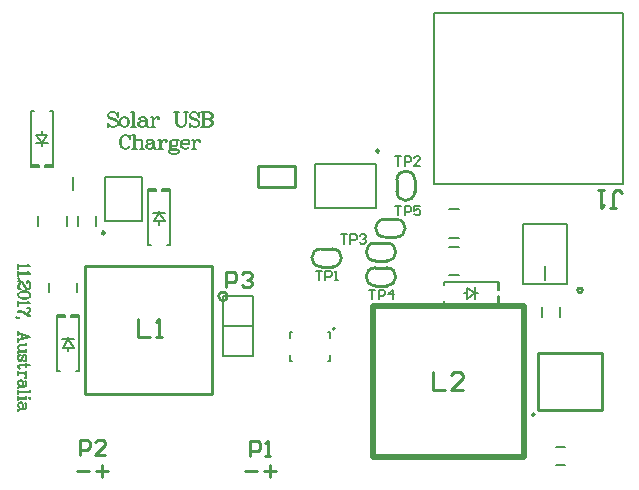
<source format=gbr>
G04 Layer_Color=65535*
%FSLAX45Y45*%
%MOMM*%
%TF.FileFunction,Legend,Top*%
%TF.Part,Single*%
G01*
G75*
%TA.AperFunction,NonConductor*%
%ADD84C,0.20000*%
%ADD85C,0.25000*%
%ADD86C,0.15000*%
%ADD87C,0.25400*%
%ADD88C,0.50000*%
D84*
X15414999Y4840000D02*
G03*
X15414999Y4840000I-15000J0D01*
G01*
X13555000Y6594999D02*
Y6964999D01*
X14064999Y6594999D02*
Y6964999D01*
X13555000Y6594999D02*
X14064999D01*
X13555000Y6964999D02*
X14064999D01*
X15685001Y5945000D02*
Y6455000D01*
X15314999Y5945000D02*
Y6455000D01*
Y5945000D02*
X15685001D01*
X15314999Y6455000D02*
X15685001D01*
X12085000Y6485000D02*
Y6855000D01*
X11775000Y6485000D02*
Y6855000D01*
X12085000D01*
X11775000Y6485000D02*
X12085000D01*
X13662498Y5540000D02*
X13680000D01*
X13339999D02*
X13357500D01*
X13662498Y5300000D02*
X13680000D01*
X13339999D02*
X13357500D01*
X13680000Y5489500D02*
Y5540000D01*
Y5300000D02*
Y5350500D01*
X13339999Y5489500D02*
Y5540000D01*
Y5300000D02*
Y5350500D01*
X15500000Y5980000D02*
Y6099999D01*
X11500000Y6745000D02*
Y6855000D01*
X14810001Y5870000D02*
X14839999D01*
X14910001D02*
X14930000D01*
X14839999Y5820000D02*
Y5910000D01*
Y5820000D02*
X14910001Y5870000D01*
X14839999Y5910000D02*
X14910001Y5870000D01*
Y5820000D02*
Y5920000D01*
X11240000Y7210000D02*
Y7240000D01*
Y7120000D02*
Y7140000D01*
X11190000Y7210000D02*
X11280000D01*
X11190000D02*
X11240000Y7140000D01*
X11280000Y7210000D01*
X11190000Y7140000D02*
X11290000D01*
X11460000Y5380000D02*
Y5410000D01*
Y5480000D02*
Y5500000D01*
X11420000Y5410000D02*
X11510000D01*
X11460000Y5480000D02*
X11510000Y5410000D01*
X11420000D02*
X11460000Y5480000D01*
X11410000D02*
X11510000D01*
X12230000Y6450000D02*
Y6480000D01*
Y6550000D02*
Y6570000D01*
X12190000Y6480000D02*
X12280000D01*
X12230000Y6550000D02*
X12280000Y6480000D01*
X12190000D02*
X12230000Y6550000D01*
X12180000D02*
X12280000D01*
X14689999Y6580000D02*
X14770000D01*
X14689999Y6340000D02*
X14770000D01*
X14689999Y6260000D02*
X14770000D01*
X14689999Y6020000D02*
X14770000D01*
X15625000Y5670000D02*
Y5749999D01*
X15475000Y5670000D02*
Y5749999D01*
X15589999Y4565000D02*
X15670000D01*
X15589999Y4415000D02*
X15670000D01*
X11540000Y5880000D02*
Y5960000D01*
X11300000Y5880000D02*
Y5960000D01*
X11210000Y6440000D02*
Y6520000D01*
X11450000Y6440000D02*
Y6520000D01*
X11545000Y6440000D02*
Y6520000D01*
X11695000Y6440000D02*
Y6520000D01*
X12773000Y5590000D02*
X13027000D01*
Y5336000D02*
Y5590000D01*
X12773000Y5336000D02*
X13027000D01*
Y5590000D02*
Y5844000D01*
X12773000Y5590000D02*
Y5844000D01*
Y5336000D02*
Y5590000D01*
Y5844000D02*
X13027000D01*
X14230000Y6609974D02*
X14283316D01*
X14256657D01*
Y6530000D01*
X14309975D02*
Y6609974D01*
X14349960D01*
X14363290Y6596645D01*
Y6569987D01*
X14349960Y6556658D01*
X14309975D01*
X14443263Y6609974D02*
X14389948D01*
Y6569987D01*
X14416606Y6583316D01*
X14429936D01*
X14443263Y6569987D01*
Y6543329D01*
X14429936Y6530000D01*
X14403278D01*
X14389948Y6543329D01*
X14010001Y5899974D02*
X14063316D01*
X14036658D01*
Y5820000D01*
X14089973D02*
Y5899974D01*
X14129961D01*
X14143291Y5886645D01*
Y5859987D01*
X14129961Y5846658D01*
X14089973D01*
X14209937Y5820000D02*
Y5899974D01*
X14169948Y5859987D01*
X14223264D01*
X13770000Y6369974D02*
X13823315D01*
X13796658D01*
Y6290000D01*
X13849974D02*
Y6369974D01*
X13889961D01*
X13903290Y6356645D01*
Y6329987D01*
X13889961Y6316658D01*
X13849974D01*
X13929948Y6356645D02*
X13943277Y6369974D01*
X13969936D01*
X13983264Y6356645D01*
Y6343316D01*
X13969936Y6329987D01*
X13956606D01*
X13969936D01*
X13983264Y6316658D01*
Y6303329D01*
X13969936Y6290000D01*
X13943277D01*
X13929948Y6303329D01*
X14230000Y7029974D02*
X14283316D01*
X14256657D01*
Y6950000D01*
X14309975D02*
Y7029974D01*
X14349960D01*
X14363290Y7016645D01*
Y6989987D01*
X14349960Y6976658D01*
X14309975D01*
X14443263Y6950000D02*
X14389948D01*
X14443263Y7003316D01*
Y7016645D01*
X14429936Y7029974D01*
X14403278D01*
X14389948Y7016645D01*
X13560001Y6059974D02*
X13613316D01*
X13586658D01*
Y5980000D01*
X13639973D02*
Y6059974D01*
X13679961D01*
X13693291Y6046645D01*
Y6019987D01*
X13679961Y6006658D01*
X13639973D01*
X13719948Y5980000D02*
X13746606D01*
X13733278D01*
Y6059974D01*
X13719948Y6046645D01*
D85*
X14095000Y7074999D02*
G03*
X14095000Y7074999I-12500J0D01*
G01*
X15814999Y5895000D02*
G03*
X15814999Y5895000I-20000J0D01*
G01*
X11772500Y6380000D02*
G03*
X11772500Y6380000I-12500J0D01*
G01*
X13700000Y6095000D02*
G03*
X13700000Y6245000I0J75000D01*
G01*
X13600000D02*
G03*
X13600000Y6095000I0J-75000D01*
G01*
X14060001Y6085000D02*
G03*
X14060001Y5935000I0J-75000D01*
G01*
X14160001D02*
G03*
X14160001Y6085000I0J75000D01*
G01*
Y6145000D02*
G03*
X14160001Y6295000I0J75000D01*
G01*
X14060001D02*
G03*
X14060001Y6145000I0J-75000D01*
G01*
X14245000Y6730000D02*
G03*
X14395000Y6730000I75000J0D01*
G01*
Y6830000D02*
G03*
X14245000Y6830000I-75000J0D01*
G01*
X14139999Y6495000D02*
G03*
X14139999Y6345000I0J-75000D01*
G01*
X14239999D02*
G03*
X14239999Y6495000I0J75000D01*
G01*
X13600000Y6245000D02*
X13700000D01*
X13600000Y6095000D02*
X13700000D01*
X14060001Y5935000D02*
X14160001D01*
X14060001Y6085000D02*
X14160001D01*
X14060001Y6295000D02*
X14160001D01*
X14060001Y6145000D02*
X14160001D01*
X14395000Y6730000D02*
Y6830000D01*
X14245000Y6730000D02*
Y6830000D01*
X14139999Y6345000D02*
X14239999D01*
X14139999Y6495000D02*
X14239999D01*
X12800000Y5920000D02*
Y6049958D01*
X12864980D01*
X12886639Y6028298D01*
Y5984979D01*
X12864980Y5963320D01*
X12800000D01*
X12929958Y6028298D02*
X12951617Y6049958D01*
X12994937D01*
X13016597Y6028298D01*
Y6006639D01*
X12994937Y5984979D01*
X12973277D01*
X12994937D01*
X13016597Y5963320D01*
Y5941660D01*
X12994937Y5920000D01*
X12951617D01*
X12929958Y5941660D01*
X13120000Y4364976D02*
X13219968D01*
X13169984Y4414960D02*
Y4314992D01*
X11700000Y4364976D02*
X11799968D01*
X11749984Y4414960D02*
Y4314992D01*
X11540000Y4364976D02*
X11639968D01*
X12960001D02*
X13059969D01*
D86*
X13720000Y5570000D02*
G03*
X13720000Y5570000I-10000J0D01*
G01*
X14639999Y5937500D02*
Y5961600D01*
X15098599D01*
X15111301D01*
Y5895400D02*
Y5961600D01*
X15098599Y5895400D02*
X15111301D01*
X15098599D02*
Y5961600D01*
Y5778400D02*
Y5844600D01*
X15111301D01*
Y5778400D02*
Y5844600D01*
X15098599Y5778400D02*
X15111301D01*
X14639999D02*
X15098599D01*
X14639999D02*
Y5802500D01*
X11307500Y7410000D02*
X11331600D01*
Y6951400D02*
Y7410000D01*
Y6938700D02*
Y6951400D01*
X11265400Y6938700D02*
X11331600D01*
X11265400D02*
Y6951400D01*
X11331600D01*
X11148400D02*
X11214600D01*
Y6938700D02*
Y6951400D01*
X11148400Y6938700D02*
X11214600D01*
X11148400D02*
Y6951400D01*
Y7410000D01*
X11172500D01*
X11368400Y5210000D02*
X11392500D01*
X11368400D02*
Y5668600D01*
Y5681300D01*
X11434600D01*
Y5668600D02*
Y5681300D01*
X11368400Y5668600D02*
X11434600D01*
X11485400D02*
X11551600D01*
X11485400D02*
Y5681300D01*
X11551600D01*
Y5668600D02*
Y5681300D01*
Y5210000D02*
Y5668600D01*
X11527500Y5210000D02*
X11551600D01*
X12138400Y6280000D02*
X12162500D01*
X12138400D02*
Y6738600D01*
Y6751300D01*
X12204600D01*
Y6738600D02*
Y6751300D01*
X12138400Y6738600D02*
X12204600D01*
X12255400D02*
X12321600D01*
X12255400D02*
Y6751300D01*
X12321600D01*
Y6738600D02*
Y6751300D01*
Y6280000D02*
Y6738600D01*
X12297500Y6280000D02*
X12321600D01*
X16160001Y6793000D02*
Y8245000D01*
X14560001Y6793000D02*
X16160001D01*
X14560001D02*
Y8245000D01*
X16160001D01*
X11979983Y7192835D02*
X11985696Y7175696D01*
Y7209974D01*
X11979983Y7192835D01*
X11968557Y7204261D01*
X11951418Y7209974D01*
X11939992D01*
X11922852Y7204261D01*
X11911426Y7192835D01*
X11905713Y7181409D01*
X11900000Y7164270D01*
Y7135705D01*
X11905713Y7118565D01*
X11911426Y7107139D01*
X11922852Y7095713D01*
X11939992Y7090000D01*
X11951418D01*
X11968557Y7095713D01*
X11979983Y7107139D01*
X11985696Y7118565D01*
X11939992Y7209974D02*
X11928565Y7204261D01*
X11917139Y7192835D01*
X11911426Y7181409D01*
X11905713Y7164270D01*
Y7135705D01*
X11911426Y7118565D01*
X11917139Y7107139D01*
X11928565Y7095713D01*
X11939992Y7090000D01*
X12019974Y7209974D02*
Y7090000D01*
X12025687Y7209974D02*
Y7090000D01*
Y7152844D02*
X12037114Y7164270D01*
X12054253Y7169983D01*
X12065679D01*
X12082818Y7164270D01*
X12088531Y7152844D01*
Y7090000D01*
X12065679Y7169983D02*
X12077105Y7164270D01*
X12082818Y7152844D01*
Y7090000D01*
X12002835Y7209974D02*
X12025687D01*
X12002835Y7090000D02*
X12042827D01*
X12065679D02*
X12105670D01*
X12132522Y7158557D02*
Y7152844D01*
X12126809D01*
Y7158557D01*
X12132522Y7164270D01*
X12143948Y7169983D01*
X12166800D01*
X12178226Y7164270D01*
X12183939Y7158557D01*
X12189652Y7147131D01*
Y7107139D01*
X12195365Y7095713D01*
X12201078Y7090000D01*
X12183939Y7158557D02*
Y7107139D01*
X12189652Y7095713D01*
X12201078Y7090000D01*
X12206792D01*
X12183939Y7147131D02*
X12178226Y7141418D01*
X12143948Y7135705D01*
X12126809Y7129992D01*
X12121096Y7118565D01*
Y7107139D01*
X12126809Y7095713D01*
X12143948Y7090000D01*
X12161087D01*
X12172513Y7095713D01*
X12183939Y7107139D01*
X12143948Y7135705D02*
X12132522Y7129992D01*
X12126809Y7118565D01*
Y7107139D01*
X12132522Y7095713D01*
X12143948Y7090000D01*
X12241070Y7169983D02*
Y7090000D01*
X12246783Y7169983D02*
Y7090000D01*
Y7135705D02*
X12252496Y7152844D01*
X12263922Y7164270D01*
X12275348Y7169983D01*
X12292487D01*
X12298201Y7164270D01*
Y7158557D01*
X12292487Y7152844D01*
X12286775Y7158557D01*
X12292487Y7164270D01*
X12223931Y7169983D02*
X12246783D01*
X12223931Y7090000D02*
X12263922D01*
X12350761Y7169983D02*
X12339334Y7164270D01*
X12333622Y7158557D01*
X12327909Y7147131D01*
Y7135705D01*
X12333622Y7124278D01*
X12339334Y7118565D01*
X12350761Y7112852D01*
X12362187D01*
X12373613Y7118565D01*
X12379326Y7124278D01*
X12385039Y7135705D01*
Y7147131D01*
X12379326Y7158557D01*
X12373613Y7164270D01*
X12362187Y7169983D01*
X12350761D01*
X12339334Y7164270D02*
X12333622Y7152844D01*
Y7129992D01*
X12339334Y7118565D01*
X12373613D02*
X12379326Y7129992D01*
Y7152844D01*
X12373613Y7164270D01*
X12379326Y7158557D02*
X12385039Y7164270D01*
X12396465Y7169983D01*
Y7164270D01*
X12385039D01*
X12333622Y7124278D02*
X12327909Y7118565D01*
X12322195Y7107139D01*
Y7101426D01*
X12327909Y7090000D01*
X12345048Y7084287D01*
X12373613D01*
X12390752Y7078574D01*
X12396465Y7072861D01*
X12322195Y7101426D02*
X12327909Y7095713D01*
X12345048Y7090000D01*
X12373613D01*
X12390752Y7084287D01*
X12396465Y7072861D01*
Y7067148D01*
X12390752Y7055722D01*
X12373613Y7050009D01*
X12339334D01*
X12322195Y7055722D01*
X12316482Y7067148D01*
Y7072861D01*
X12322195Y7084287D01*
X12339334Y7090000D01*
X12419889Y7135705D02*
X12488446D01*
Y7147131D01*
X12482732Y7158557D01*
X12477019Y7164270D01*
X12465593Y7169983D01*
X12448454D01*
X12431315Y7164270D01*
X12419889Y7152844D01*
X12414176Y7135705D01*
Y7124278D01*
X12419889Y7107139D01*
X12431315Y7095713D01*
X12448454Y7090000D01*
X12459880D01*
X12477019Y7095713D01*
X12488446Y7107139D01*
X12482732Y7135705D02*
Y7152844D01*
X12477019Y7164270D01*
X12448454Y7169983D02*
X12437028Y7164270D01*
X12425602Y7152844D01*
X12419889Y7135705D01*
Y7124278D01*
X12425602Y7107139D01*
X12437028Y7095713D01*
X12448454Y7090000D01*
X12523866Y7169983D02*
Y7090000D01*
X12529579Y7169983D02*
Y7090000D01*
Y7135705D02*
X12535293Y7152844D01*
X12546719Y7164270D01*
X12558145Y7169983D01*
X12575284D01*
X12580997Y7164270D01*
Y7158557D01*
X12575284Y7152844D01*
X12569571Y7158557D01*
X12575284Y7164270D01*
X12506727Y7169983D02*
X12529579D01*
X12506727Y7090000D02*
X12546719D01*
X11874270Y7382835D02*
X11879983Y7399974D01*
Y7365696D01*
X11874270Y7382835D01*
X11862844Y7394261D01*
X11845705Y7399974D01*
X11828565D01*
X11811426Y7394261D01*
X11800000Y7382835D01*
Y7371409D01*
X11805713Y7359983D01*
X11811426Y7354270D01*
X11822852Y7348557D01*
X11857131Y7337131D01*
X11868557Y7331417D01*
X11879983Y7319991D01*
X11800000Y7371409D02*
X11811426Y7359983D01*
X11822852Y7354270D01*
X11857131Y7342844D01*
X11868557Y7337131D01*
X11874270Y7331417D01*
X11879983Y7319991D01*
Y7297139D01*
X11868557Y7285713D01*
X11851417Y7280000D01*
X11834278D01*
X11817139Y7285713D01*
X11805713Y7297139D01*
X11800000Y7314278D01*
Y7280000D01*
X11805713Y7297139D01*
X11931972Y7359983D02*
X11914833Y7354270D01*
X11903406Y7342844D01*
X11897694Y7325704D01*
Y7314278D01*
X11903406Y7297139D01*
X11914833Y7285713D01*
X11931972Y7280000D01*
X11943398D01*
X11960537Y7285713D01*
X11971963Y7297139D01*
X11977676Y7314278D01*
Y7325704D01*
X11971963Y7342844D01*
X11960537Y7354270D01*
X11943398Y7359983D01*
X11931972D01*
X11920546Y7354270D01*
X11909120Y7342844D01*
X11903406Y7325704D01*
Y7314278D01*
X11909120Y7297139D01*
X11920546Y7285713D01*
X11931972Y7280000D01*
X11943398D02*
X11954824Y7285713D01*
X11966250Y7297139D01*
X11971963Y7314278D01*
Y7325704D01*
X11966250Y7342844D01*
X11954824Y7354270D01*
X11943398Y7359983D01*
X12012526Y7399974D02*
Y7280000D01*
X12018239Y7399974D02*
Y7280000D01*
X11995387Y7399974D02*
X12018239D01*
X11995387Y7280000D02*
X12035379D01*
X12068514Y7348557D02*
Y7342844D01*
X12062801D01*
Y7348557D01*
X12068514Y7354270D01*
X12079940Y7359983D01*
X12102793D01*
X12114219Y7354270D01*
X12119932Y7348557D01*
X12125645Y7337131D01*
Y7297139D01*
X12131358Y7285713D01*
X12137071Y7280000D01*
X12119932Y7348557D02*
Y7297139D01*
X12125645Y7285713D01*
X12137071Y7280000D01*
X12142784D01*
X12119932Y7337131D02*
X12114219Y7331417D01*
X12079940Y7325704D01*
X12062801Y7319991D01*
X12057088Y7308565D01*
Y7297139D01*
X12062801Y7285713D01*
X12079940Y7280000D01*
X12097080D01*
X12108506Y7285713D01*
X12119932Y7297139D01*
X12079940Y7325704D02*
X12068514Y7319991D01*
X12062801Y7308565D01*
Y7297139D01*
X12068514Y7285713D01*
X12079940Y7280000D01*
X12177063Y7359983D02*
Y7280000D01*
X12182775Y7359983D02*
Y7280000D01*
Y7325704D02*
X12188489Y7342844D01*
X12199915Y7354270D01*
X12211341Y7359983D01*
X12228480D01*
X12234193Y7354270D01*
Y7348557D01*
X12228480Y7342844D01*
X12222767Y7348557D01*
X12228480Y7354270D01*
X12159923Y7359983D02*
X12182775D01*
X12159923Y7280000D02*
X12199915D01*
X12377591Y7399974D02*
Y7314278D01*
X12383304Y7297139D01*
X12394730Y7285713D01*
X12411869Y7280000D01*
X12423295D01*
X12440435Y7285713D01*
X12451861Y7297139D01*
X12457574Y7314278D01*
Y7399974D01*
X12383304D02*
Y7314278D01*
X12389017Y7297139D01*
X12400443Y7285713D01*
X12411869Y7280000D01*
X12360452Y7399974D02*
X12400443D01*
X12440435D02*
X12474713D01*
X12563265Y7382835D02*
X12568978Y7399974D01*
Y7365696D01*
X12563265Y7382835D01*
X12551839Y7394261D01*
X12534700Y7399974D01*
X12517561D01*
X12500422Y7394261D01*
X12488996Y7382835D01*
Y7371409D01*
X12494709Y7359983D01*
X12500422Y7354270D01*
X12511848Y7348557D01*
X12546126Y7337131D01*
X12557552Y7331417D01*
X12568978Y7319991D01*
X12488996Y7371409D02*
X12500422Y7359983D01*
X12511848Y7354270D01*
X12546126Y7342844D01*
X12557552Y7337131D01*
X12563265Y7331417D01*
X12568978Y7319991D01*
Y7297139D01*
X12557552Y7285713D01*
X12540413Y7280000D01*
X12523274D01*
X12506135Y7285713D01*
X12494709Y7297139D01*
X12488996Y7314278D01*
Y7280000D01*
X12494709Y7297139D01*
X12603828Y7399974D02*
Y7280000D01*
X12609541Y7399974D02*
Y7280000D01*
X12586689Y7399974D02*
X12655246D01*
X12672385Y7394261D01*
X12678098Y7388548D01*
X12683811Y7377122D01*
Y7365696D01*
X12678098Y7354270D01*
X12672385Y7348557D01*
X12655246Y7342844D01*
Y7399974D02*
X12666672Y7394261D01*
X12672385Y7388548D01*
X12678098Y7377122D01*
Y7365696D01*
X12672385Y7354270D01*
X12666672Y7348557D01*
X12655246Y7342844D01*
X12609541D02*
X12655246D01*
X12672385Y7337131D01*
X12678098Y7331417D01*
X12683811Y7319991D01*
Y7302852D01*
X12678098Y7291426D01*
X12672385Y7285713D01*
X12655246Y7280000D01*
X12586689D01*
X12655246Y7342844D02*
X12666672Y7337131D01*
X12672385Y7331417D01*
X12678098Y7319991D01*
Y7302852D01*
X12672385Y7291426D01*
X12666672Y7285713D01*
X12655246Y7280000D01*
X11120935Y6120000D02*
X11125696Y6110478D01*
X11139978Y6096196D01*
X11040000D01*
X11135218Y6100956D02*
X11040000D01*
Y6120000D02*
Y6077152D01*
X11120935Y6060013D02*
X11125696Y6050491D01*
X11139978Y6036208D01*
X11040000D01*
X11135218Y6040969D02*
X11040000D01*
Y6060013D02*
Y6017165D01*
X11049521Y5995265D02*
X11044761Y6000026D01*
X11040000Y5995265D01*
X11044761Y5990504D01*
X11049521Y5995265D01*
X11120935Y5965271D02*
X11116174Y5960510D01*
X11111413Y5965271D01*
X11116174Y5970032D01*
X11120935D01*
X11130457Y5965271D01*
X11135218Y5960510D01*
X11139978Y5946228D01*
Y5927184D01*
X11135218Y5912901D01*
X11130457Y5908141D01*
X11120935Y5903380D01*
X11111413D01*
X11101891Y5908141D01*
X11092369Y5922423D01*
X11082848Y5946228D01*
X11078087Y5955749D01*
X11068565Y5965271D01*
X11054282Y5970032D01*
X11040000D01*
X11139978Y5927184D02*
X11135218Y5917662D01*
X11130457Y5912901D01*
X11120935Y5908141D01*
X11111413D01*
X11101891Y5912901D01*
X11092369Y5927184D01*
X11082848Y5946228D01*
X11049521Y5970032D02*
X11054282Y5965271D01*
Y5955749D01*
X11044761Y5931945D01*
Y5917662D01*
X11049521Y5908141D01*
X11054282Y5903380D01*
X11063804D01*
X11054282Y5955749D02*
X11040000Y5931945D01*
Y5912901D01*
X11044761Y5908141D01*
X11054282Y5903380D01*
X11139978Y5860056D02*
X11135218Y5874338D01*
X11120935Y5883860D01*
X11097130Y5888621D01*
X11082848D01*
X11059043Y5883860D01*
X11044761Y5874338D01*
X11040000Y5860056D01*
Y5850534D01*
X11044761Y5836251D01*
X11059043Y5826730D01*
X11082848Y5821969D01*
X11097130D01*
X11120935Y5826730D01*
X11135218Y5836251D01*
X11139978Y5850534D01*
Y5860056D01*
X11135218Y5869577D01*
X11130457Y5874338D01*
X11120935Y5879099D01*
X11097130Y5883860D01*
X11082848D01*
X11059043Y5879099D01*
X11049521Y5874338D01*
X11044761Y5869577D01*
X11040000Y5860056D01*
Y5850534D02*
X11044761Y5841012D01*
X11049521Y5836251D01*
X11059043Y5831490D01*
X11082848Y5826730D01*
X11097130D01*
X11120935Y5831490D01*
X11130457Y5836251D01*
X11135218Y5841012D01*
X11139978Y5850534D01*
X11120935Y5807210D02*
X11125696Y5797688D01*
X11139978Y5783406D01*
X11040000D01*
X11135218Y5788166D02*
X11040000D01*
Y5807210D02*
Y5764362D01*
X11139978Y5747223D02*
X11111413D01*
X11120935D02*
X11130457Y5742462D01*
X11139978Y5732940D01*
Y5723418D01*
X11125696Y5699614D01*
Y5690092D01*
X11130457Y5685331D01*
X11139978Y5680570D01*
X11130457Y5742462D02*
X11135218Y5732940D01*
Y5723418D01*
X11125696Y5699614D01*
X11139978Y5680570D02*
X11125696D01*
X11111413Y5685331D01*
X11087609Y5704375D01*
X11078087Y5709136D01*
X11063804Y5713896D01*
X11040000D01*
X11111413Y5685331D02*
X11087609Y5709136D01*
X11078087Y5713896D01*
X11063804Y5718657D01*
X11040000D01*
Y5661051D02*
X11044761Y5665812D01*
X11049521Y5661051D01*
X11044761Y5656290D01*
X11035239D01*
X11025717Y5661051D01*
X11020956Y5665812D01*
X11139978Y5502989D02*
X11040000Y5536316D01*
X11139978Y5502989D02*
X11040000Y5469663D01*
X11125696Y5502989D02*
X11040000Y5474424D01*
X11068565Y5526794D02*
Y5483946D01*
X11040000Y5545837D02*
Y5517272D01*
Y5488707D02*
Y5460141D01*
X11106652Y5433004D02*
X11054282D01*
X11044761Y5428243D01*
X11040000Y5413960D01*
Y5404439D01*
X11044761Y5390156D01*
X11054282Y5380634D01*
X11106652Y5428243D02*
X11054282D01*
X11044761Y5423482D01*
X11040000Y5413960D01*
X11106652Y5380634D02*
X11040000D01*
X11106652Y5375873D02*
X11040000D01*
X11106652Y5447287D02*
Y5428243D01*
Y5394917D02*
Y5375873D01*
X11040000Y5380634D02*
Y5361591D01*
X11097130Y5301127D02*
X11106652Y5296367D01*
X11087609D01*
X11097130Y5301127D01*
X11101891Y5305888D01*
X11106652Y5315410D01*
Y5334454D01*
X11101891Y5343975D01*
X11097130Y5348736D01*
X11087609D01*
X11082848Y5343975D01*
X11078087Y5334454D01*
X11068565Y5310649D01*
X11063804Y5301127D01*
X11059043Y5296367D01*
X11092369Y5348736D02*
X11087609Y5343975D01*
X11082848Y5334454D01*
X11073326Y5310649D01*
X11068565Y5301127D01*
X11063804Y5296367D01*
X11049521D01*
X11044761Y5301127D01*
X11040000Y5310649D01*
Y5329693D01*
X11044761Y5339215D01*
X11049521Y5343975D01*
X11059043Y5348736D01*
X11040000D01*
X11049521Y5343975D01*
X11040000Y5251614D02*
X11044761Y5256375D01*
X11059043Y5261136D01*
X11139978D01*
Y5265897D01*
X11059043D01*
X11044761Y5261136D01*
X11040000Y5251614D01*
Y5242092D01*
X11044761Y5232570D01*
X11054282Y5227810D01*
X11106652Y5280179D02*
Y5242092D01*
Y5197340D02*
X11040000D01*
X11106652Y5192579D02*
X11040000D01*
X11078087D02*
X11092369Y5187818D01*
X11101891Y5178296D01*
X11106652Y5168775D01*
Y5154492D01*
X11101891Y5149731D01*
X11097130D01*
X11092369Y5154492D01*
X11097130Y5159253D01*
X11101891Y5154492D01*
X11106652Y5211623D02*
Y5192579D01*
X11040000Y5211623D02*
Y5178296D01*
X11097130Y5124975D02*
X11092369D01*
Y5129735D01*
X11097130D01*
X11101891Y5124975D01*
X11106652Y5115453D01*
Y5096409D01*
X11101891Y5086887D01*
X11097130Y5082126D01*
X11087609Y5077366D01*
X11054282D01*
X11044761Y5072605D01*
X11040000Y5067844D01*
X11097130Y5082126D02*
X11054282D01*
X11044761Y5077366D01*
X11040000Y5067844D01*
Y5063083D01*
X11087609Y5082126D02*
X11082848Y5086887D01*
X11078087Y5115453D01*
X11073326Y5129735D01*
X11063804Y5134496D01*
X11054282D01*
X11044761Y5129735D01*
X11040000Y5115453D01*
Y5101170D01*
X11044761Y5091648D01*
X11054282Y5082126D01*
X11078087Y5115453D02*
X11073326Y5124975D01*
X11063804Y5129735D01*
X11054282D01*
X11044761Y5124975D01*
X11040000Y5115453D01*
X11139978Y5034517D02*
X11040000D01*
X11139978Y5029757D02*
X11040000D01*
X11139978Y5048800D02*
Y5029757D01*
X11040000Y5048800D02*
Y5015474D01*
X11139978Y4983100D02*
X11135218Y4987861D01*
X11130457Y4983100D01*
X11135218Y4978339D01*
X11139978Y4983100D01*
X11106652D02*
X11040000D01*
X11106652Y4978339D02*
X11040000D01*
X11106652Y4997383D02*
Y4978339D01*
X11040000Y4997383D02*
Y4964056D01*
X11097130Y4936444D02*
X11092369D01*
Y4941204D01*
X11097130D01*
X11101891Y4936444D01*
X11106652Y4926922D01*
Y4907878D01*
X11101891Y4898356D01*
X11097130Y4893595D01*
X11087609Y4888835D01*
X11054282D01*
X11044761Y4884074D01*
X11040000Y4879313D01*
X11097130Y4893595D02*
X11054282D01*
X11044761Y4888835D01*
X11040000Y4879313D01*
Y4874552D01*
X11087609Y4893595D02*
X11082848Y4898356D01*
X11078087Y4926922D01*
X11073326Y4941204D01*
X11063804Y4945965D01*
X11054282D01*
X11044761Y4941204D01*
X11040000Y4926922D01*
Y4912639D01*
X11044761Y4903117D01*
X11054282Y4893595D01*
X11078087Y4926922D02*
X11073326Y4936444D01*
X11063804Y4941204D01*
X11054282D01*
X11044761Y4936444D01*
X11040000Y4926922D01*
D87*
X12810001Y5844000D02*
G03*
X12810001Y5844000I-37000J0D01*
G01*
X15439999Y4880000D02*
Y5360000D01*
Y4880000D02*
X15980000D01*
Y5360000D01*
X15439999D02*
X15980000D01*
X13385001Y6764999D02*
Y6944999D01*
X13064999D02*
X13385001D01*
X13064999Y6764999D02*
Y6944999D01*
Y6764999D02*
X13385001D01*
X11600000Y5020000D02*
X12680000D01*
Y6100000D01*
X11600000D02*
X12680000D01*
X11600000Y5020000D02*
Y6100000D01*
X14550000Y5202351D02*
Y5050000D01*
X14651567D01*
X14803918D02*
X14702351D01*
X14803918Y5151567D01*
Y5176959D01*
X14778526Y5202351D01*
X14727744D01*
X14702351Y5176959D01*
X11560000Y4500000D02*
Y4629958D01*
X11624979D01*
X11646639Y4608298D01*
Y4564979D01*
X11624979Y4543319D01*
X11560000D01*
X11776597Y4500000D02*
X11689958D01*
X11776597Y4586639D01*
Y4608298D01*
X11754937Y4629958D01*
X11711618D01*
X11689958Y4608298D01*
X13000000Y4490000D02*
Y4619958D01*
X13064980D01*
X13086639Y4598298D01*
Y4554979D01*
X13064980Y4533319D01*
X13000000D01*
X13129958Y4490000D02*
X13173277D01*
X13151617D01*
Y4619958D01*
X13129958Y4598298D01*
X12050000Y5652351D02*
Y5500000D01*
X12151567D01*
X12202351D02*
X12253134D01*
X12227743D01*
Y5652351D01*
X12202351Y5626959D01*
X16048433Y6587649D02*
X16099216D01*
X16073825D01*
Y6714608D01*
X16099216Y6740000D01*
X16124608D01*
X16150000Y6714608D01*
X15997649Y6740000D02*
X15946866D01*
X15972256D01*
Y6587649D01*
X15997649Y6613041D01*
D88*
X14039999Y4480000D02*
Y5760000D01*
Y4480000D02*
X15320000D01*
Y5760000D01*
X14039999D02*
X15320000D01*
%TF.MD5,e02b1c07e5c5bf68d20d9d91717505dd*%
M02*

</source>
